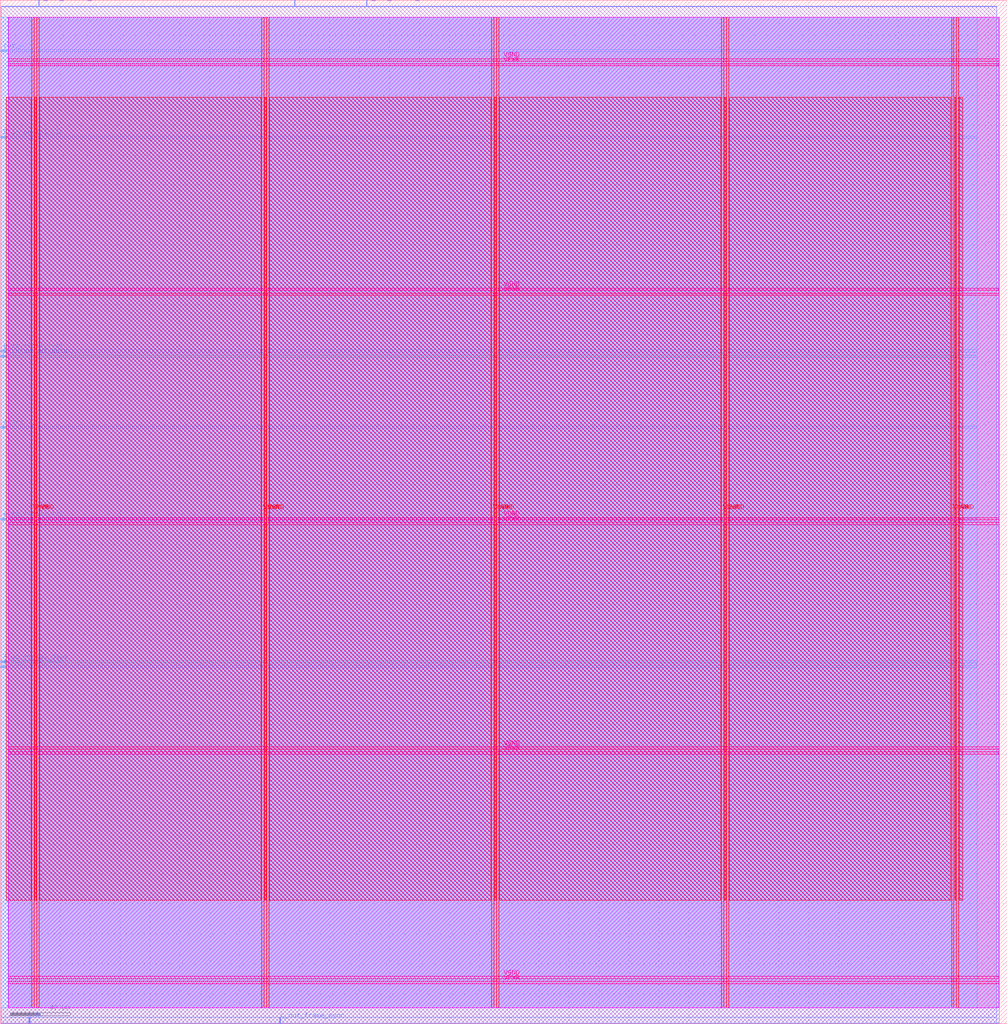
<source format=lef>
VERSION 5.7 ;
  NOWIREEXTENSIONATPIN ON ;
  DIVIDERCHAR "/" ;
  BUSBITCHARS "[]" ;
MACRO Systolic4x4_serial_io
  CLASS BLOCK ;
  FOREIGN Systolic4x4_serial_io ;
  ORIGIN 0.000 0.000 ;
  SIZE 672.655 BY 683.375 ;
  PIN A_in_frame_sync
    DIRECTION INPUT ;
    USE SIGNAL ;
    ANTENNAGATEAREA 0.159000 ;
    PORT
      LAYER met3 ;
        RECT 0.000 238.040 4.000 238.640 ;
    END
  END A_in_frame_sync
  PIN A_in_serial_clk
    DIRECTION INPUT ;
    USE SIGNAL ;
    ANTENNAGATEAREA 0.852000 ;
    PORT
      LAYER met3 ;
        RECT 0.000 336.640 4.000 337.240 ;
    END
  END A_in_serial_clk
  PIN A_in_serial_data
    DIRECTION INPUT ;
    USE SIGNAL ;
    ANTENNAGATEAREA 0.213000 ;
    PORT
      LAYER met3 ;
        RECT 0.000 241.440 4.000 242.040 ;
    END
  END A_in_serial_data
  PIN B_in_frame_sync
    DIRECTION INPUT ;
    USE SIGNAL ;
    ANTENNAGATEAREA 0.126000 ;
    PORT
      LAYER met3 ;
        RECT 0.000 448.840 4.000 449.440 ;
    END
  END B_in_frame_sync
  PIN B_in_serial_clk
    DIRECTION INPUT ;
    USE SIGNAL ;
    ANTENNAGATEAREA 0.852000 ;
    PORT
      LAYER met3 ;
        RECT 0.000 591.640 4.000 592.240 ;
    END
  END B_in_serial_clk
  PIN B_in_serial_data
    DIRECTION INPUT ;
    USE SIGNAL ;
    ANTENNAGATEAREA 0.196500 ;
    PORT
      LAYER met3 ;
        RECT 0.000 445.440 4.000 446.040 ;
    END
  END B_in_serial_data
  PIN C_out_frame_sync
    DIRECTION OUTPUT ;
    USE SIGNAL ;
    ANTENNADIFFAREA 0.340600 ;
    PORT
      LAYER met2 ;
        RECT 186.850 0.000 187.130 4.000 ;
    END
  END C_out_frame_sync
  PIN C_out_serial_clk
    DIRECTION OUTPUT ;
    USE SIGNAL ;
    ANTENNADIFFAREA 0.340600 ;
    PORT
      LAYER met2 ;
        RECT 25.850 679.375 26.130 683.375 ;
    END
  END C_out_serial_clk
  PIN C_out_serial_data
    DIRECTION OUTPUT ;
    USE SIGNAL ;
    ANTENNADIFFAREA 0.340600 ;
    PORT
      LAYER met2 ;
        RECT 244.810 679.375 245.090 683.375 ;
    END
  END C_out_serial_data
  PIN VGND
    DIRECTION INOUT ;
    USE GROUND ;
    PORT
      LAYER met4 ;
        RECT 24.340 10.640 25.940 672.080 ;
    END
    PORT
      LAYER met4 ;
        RECT 177.940 10.640 179.540 672.080 ;
    END
    PORT
      LAYER met4 ;
        RECT 331.540 10.640 333.140 672.080 ;
    END
    PORT
      LAYER met4 ;
        RECT 485.140 10.640 486.740 672.080 ;
    END
    PORT
      LAYER met4 ;
        RECT 638.740 10.640 640.340 672.080 ;
    END
    PORT
      LAYER met5 ;
        RECT 5.280 30.030 667.240 31.630 ;
    END
    PORT
      LAYER met5 ;
        RECT 5.280 183.210 667.240 184.810 ;
    END
    PORT
      LAYER met5 ;
        RECT 5.280 336.390 667.240 337.990 ;
    END
    PORT
      LAYER met5 ;
        RECT 5.280 489.570 667.240 491.170 ;
    END
    PORT
      LAYER met5 ;
        RECT 5.280 642.750 667.240 644.350 ;
    END
  END VGND
  PIN VPWR
    DIRECTION INOUT ;
    USE POWER ;
    PORT
      LAYER met4 ;
        RECT 21.040 10.640 22.640 672.080 ;
    END
    PORT
      LAYER met4 ;
        RECT 174.640 10.640 176.240 672.080 ;
    END
    PORT
      LAYER met4 ;
        RECT 328.240 10.640 329.840 672.080 ;
    END
    PORT
      LAYER met4 ;
        RECT 481.840 10.640 483.440 672.080 ;
    END
    PORT
      LAYER met4 ;
        RECT 635.440 10.640 637.040 672.080 ;
    END
    PORT
      LAYER met5 ;
        RECT 5.280 26.730 667.240 28.330 ;
    END
    PORT
      LAYER met5 ;
        RECT 5.280 179.910 667.240 181.510 ;
    END
    PORT
      LAYER met5 ;
        RECT 5.280 333.090 667.240 334.690 ;
    END
    PORT
      LAYER met5 ;
        RECT 5.280 486.270 667.240 487.870 ;
    END
    PORT
      LAYER met5 ;
        RECT 5.280 639.450 667.240 641.050 ;
    END
  END VPWR
  PIN clk
    DIRECTION INPUT ;
    USE SIGNAL ;
    ANTENNAGATEAREA 0.852000 ;
    PORT
      LAYER met2 ;
        RECT 19.410 0.000 19.690 4.000 ;
    END
  END clk
  PIN done
    DIRECTION OUTPUT ;
    USE SIGNAL ;
    ANTENNADIFFAREA 0.340600 ;
    PORT
      LAYER met2 ;
        RECT 196.510 679.375 196.790 683.375 ;
    END
  END done
  PIN rst_n
    DIRECTION INPUT ;
    USE SIGNAL ;
    ANTENNAGATEAREA 0.990000 ;
    PORT
      LAYER met3 ;
        RECT 0.000 649.440 4.000 650.040 ;
    END
  END rst_n
  PIN start
    DIRECTION INPUT ;
    USE SIGNAL ;
    ANTENNAGATEAREA 0.213000 ;
    PORT
      LAYER met3 ;
        RECT 0.000 397.840 4.000 398.440 ;
    END
  END start
  OBS
      LAYER nwell ;
        RECT 5.330 10.795 667.190 672.030 ;
      LAYER li1 ;
        RECT 5.520 10.795 667.000 671.925 ;
      LAYER met1 ;
        RECT 0.530 0.380 667.300 672.080 ;
      LAYER met2 ;
        RECT 0.550 679.095 25.570 679.375 ;
        RECT 26.410 679.095 196.230 679.375 ;
        RECT 197.070 679.095 244.530 679.375 ;
        RECT 245.370 679.095 665.520 679.375 ;
        RECT 0.550 4.280 665.520 679.095 ;
        RECT 0.550 0.350 19.130 4.280 ;
        RECT 19.970 0.350 186.570 4.280 ;
        RECT 187.410 0.350 665.520 4.280 ;
      LAYER met3 ;
        RECT 0.525 650.440 652.675 672.005 ;
        RECT 4.400 649.040 652.675 650.440 ;
        RECT 0.525 592.640 652.675 649.040 ;
        RECT 4.400 591.240 652.675 592.640 ;
        RECT 0.525 449.840 652.675 591.240 ;
        RECT 4.400 448.440 652.675 449.840 ;
        RECT 0.525 446.440 652.675 448.440 ;
        RECT 4.400 445.040 652.675 446.440 ;
        RECT 0.525 398.840 652.675 445.040 ;
        RECT 4.400 397.440 652.675 398.840 ;
        RECT 0.525 337.640 652.675 397.440 ;
        RECT 4.400 336.240 652.675 337.640 ;
        RECT 0.525 242.440 652.675 336.240 ;
        RECT 4.400 241.040 652.675 242.440 ;
        RECT 0.525 239.040 652.675 241.040 ;
        RECT 4.400 237.640 652.675 239.040 ;
        RECT 0.525 10.715 652.675 237.640 ;
      LAYER met4 ;
        RECT 3.975 82.455 20.640 618.625 ;
        RECT 23.040 82.455 23.940 618.625 ;
        RECT 26.340 82.455 174.240 618.625 ;
        RECT 176.640 82.455 177.540 618.625 ;
        RECT 179.940 82.455 327.840 618.625 ;
        RECT 330.240 82.455 331.140 618.625 ;
        RECT 333.540 82.455 481.440 618.625 ;
        RECT 483.840 82.455 484.740 618.625 ;
        RECT 487.140 82.455 635.040 618.625 ;
        RECT 637.440 82.455 638.340 618.625 ;
        RECT 640.740 82.455 642.785 618.625 ;
  END
END Systolic4x4_serial_io
END LIBRARY


</source>
